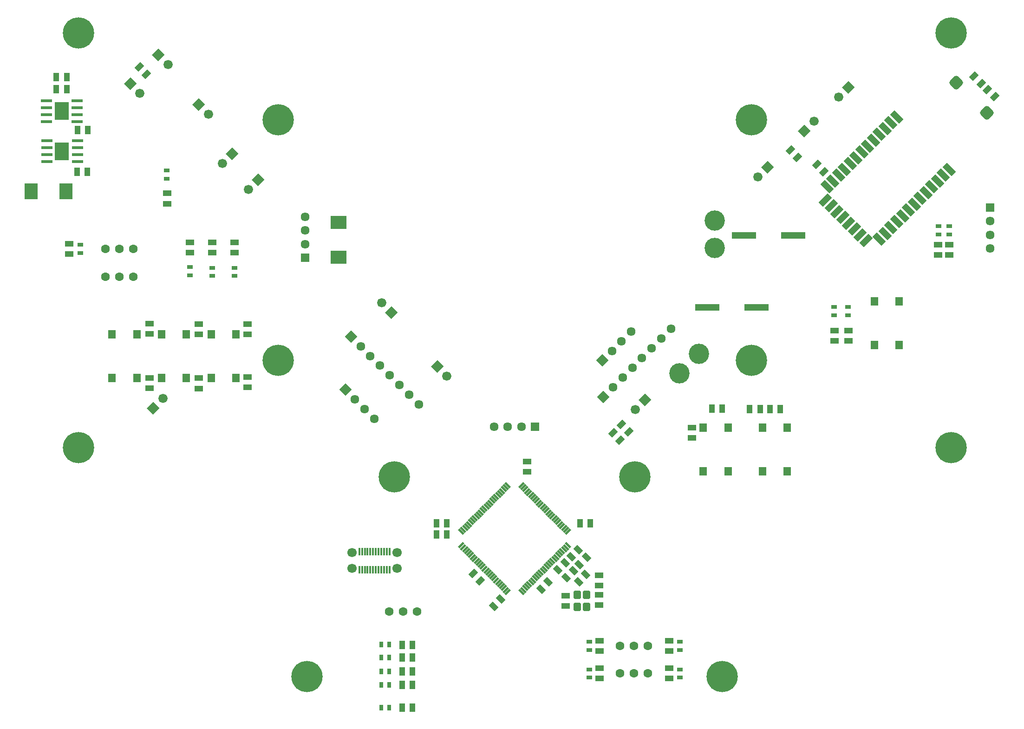
<source format=gbr>
%TF.GenerationSoftware,Altium Limited,Altium Designer,21.8.1 (53)*%
G04 Layer_Color=8388736*
%FSLAX42Y42*%
%MOMM*%
%TF.SameCoordinates,A14AC2FF-552C-49EE-99B9-5FADE3BE6FDA*%
%TF.FilePolarity,Negative*%
%TF.FileFunction,Soldermask,Top*%
%TF.Part,Single*%
G01*
G75*
%TA.AperFunction,ComponentPad*%
%ADD37C,1.60*%
%TA.AperFunction,SMDPad,CuDef*%
G04:AMPARAMS|DCode=93|XSize=1mm|YSize=1.5mm|CornerRadius=0mm|HoleSize=0mm|Usage=FLASHONLY|Rotation=135.000|XOffset=0mm|YOffset=0mm|HoleType=Round|Shape=Rectangle|*
%AMROTATEDRECTD93*
4,1,4,0.88,0.18,-0.18,-0.88,-0.88,-0.18,0.18,0.88,0.88,0.18,0.0*
%
%ADD93ROTATEDRECTD93*%

%ADD97R,1.00X1.50*%
%ADD98R,1.50X1.00*%
G04:AMPARAMS|DCode=104|XSize=1mm|YSize=1.5mm|CornerRadius=0mm|HoleSize=0mm|Usage=FLASHONLY|Rotation=225.000|XOffset=0mm|YOffset=0mm|HoleType=Round|Shape=Rectangle|*
%AMROTATEDRECTD104*
4,1,4,-0.18,0.88,0.88,-0.18,0.18,-0.88,-0.88,0.18,-0.18,0.88,0.0*
%
%ADD104ROTATEDRECTD104*%

%TA.AperFunction,ComponentPad*%
%ADD116P,2.37X4X90.0*%
%ADD117C,1.68*%
%ADD118C,1.70*%
%ADD119C,0.10*%
%TA.AperFunction,ViaPad*%
%ADD120C,5.70*%
%TA.AperFunction,ComponentPad*%
%ADD121P,2.37X4X180.0*%
%ADD122C,3.70*%
%ADD123C,1.61*%
%ADD124P,2.27X4X90.0*%
%ADD125P,2.27X4X360.0*%
%ADD126R,1.61X1.61*%
G04:AMPARAMS|DCode=127|XSize=2.1mm|YSize=2.1mm|CornerRadius=0.55mm|HoleSize=0mm|Usage=FLASHONLY|Rotation=135.000|XOffset=0mm|YOffset=0mm|HoleType=Round|Shape=RoundedRectangle|*
%AMROUNDEDRECTD127*
21,1,2.10,1.00,0,0,135.0*
21,1,1.00,2.10,0,0,135.0*
1,1,1.10,0.00,0.71*
1,1,1.10,0.71,0.00*
1,1,1.10,0.00,-0.71*
1,1,1.10,-0.71,0.00*
%
%ADD127ROUNDEDRECTD127*%
%ADD128R,1.61X1.61*%
%TA.AperFunction,SMDPad,CuDef*%
G04:AMPARAMS|DCode=133|XSize=1.1mm|YSize=2.3mm|CornerRadius=0mm|HoleSize=0mm|Usage=FLASHONLY|Rotation=225.000|XOffset=0mm|YOffset=0mm|HoleType=Round|Shape=Rectangle|*
%AMROTATEDRECTD133*
4,1,4,-0.42,1.20,1.20,-0.42,0.42,-1.20,-1.20,0.42,-0.42,1.20,0.0*
%
%ADD133ROTATEDRECTD133*%

G04:AMPARAMS|DCode=134|XSize=1.1mm|YSize=2.3mm|CornerRadius=0mm|HoleSize=0mm|Usage=FLASHONLY|Rotation=135.000|XOffset=0mm|YOffset=0mm|HoleType=Round|Shape=Rectangle|*
%AMROTATEDRECTD134*
4,1,4,1.20,0.42,-0.42,-1.20,-1.20,-0.42,0.42,1.20,1.20,0.42,0.0*
%
%ADD134ROTATEDRECTD134*%

%ADD135R,0.37X1.40*%
%ADD136R,1.10X0.80*%
G04:AMPARAMS|DCode=137|XSize=1.5mm|YSize=1.3mm|CornerRadius=0.2mm|HoleSize=0mm|Usage=FLASHONLY|Rotation=270.000|XOffset=0mm|YOffset=0mm|HoleType=Round|Shape=RoundedRectangle|*
%AMROUNDEDRECTD137*
21,1,1.50,0.90,0,0,270.0*
21,1,1.10,1.30,0,0,270.0*
1,1,0.40,-0.45,-0.55*
1,1,0.40,-0.45,0.55*
1,1,0.40,0.45,0.55*
1,1,0.40,0.45,-0.55*
%
%ADD137ROUNDEDRECTD137*%
%ADD138R,1.40X1.65*%
%ADD139R,2.00X0.55*%
%ADD140R,2.50X3.20*%
%ADD141R,2.39X2.89*%
%ADD142R,4.50X1.30*%
G04:AMPARAMS|DCode=143|XSize=0.4mm|YSize=1.3mm|CornerRadius=0mm|HoleSize=0mm|Usage=FLASHONLY|Rotation=45.000|XOffset=0mm|YOffset=0mm|HoleType=Round|Shape=Rectangle|*
%AMROTATEDRECTD143*
4,1,4,0.32,-0.60,-0.60,0.32,-0.32,0.60,0.60,-0.32,0.32,-0.60,0.0*
%
%ADD143ROTATEDRECTD143*%

G04:AMPARAMS|DCode=144|XSize=0.4mm|YSize=1.3mm|CornerRadius=0mm|HoleSize=0mm|Usage=FLASHONLY|Rotation=135.000|XOffset=0mm|YOffset=0mm|HoleType=Round|Shape=Rectangle|*
%AMROTATEDRECTD144*
4,1,4,0.60,0.32,-0.32,-0.60,-0.60,-0.32,0.32,0.60,0.60,0.32,0.0*
%
%ADD144ROTATEDRECTD144*%

%ADD145R,2.89X2.39*%
%ADD146R,0.80X1.10*%
D37*
X17964Y13230D02*
D03*
X18218D02*
D03*
X17710D02*
D03*
X22177Y12101D02*
D03*
X21923D02*
D03*
X22431D02*
D03*
Y12601D02*
D03*
X21923D02*
D03*
X22177D02*
D03*
X12538Y19840D02*
D03*
X13046D02*
D03*
X12792D02*
D03*
X12536Y19330D02*
D03*
X13044D02*
D03*
X12790Y19330D02*
D03*
D93*
X19375Y13792D02*
D03*
X19242Y13925D02*
D03*
X25158Y21511D02*
D03*
X25025Y21644D02*
D03*
X28508Y22860D02*
D03*
X28376Y22991D02*
D03*
X28621Y22748D02*
D03*
X28754Y22615D02*
D03*
X13155Y23158D02*
D03*
X13288Y23025D02*
D03*
X21924Y16352D02*
D03*
X21791Y16485D02*
D03*
X25510Y21380D02*
D03*
X25642Y21248D02*
D03*
X22081Y16509D02*
D03*
X21948Y16642D02*
D03*
D97*
X18577Y14639D02*
D03*
X18763D02*
D03*
X21380Y14840D02*
D03*
X21194D02*
D03*
X24838Y16925D02*
D03*
X24652D02*
D03*
X23597Y16929D02*
D03*
X23783D02*
D03*
X18763Y14841D02*
D03*
X18577D02*
D03*
X24474Y16922D02*
D03*
X24286Y16922D02*
D03*
X11834Y22758D02*
D03*
X11646Y22758D02*
D03*
X11834Y22978D02*
D03*
X11646Y22978D02*
D03*
X12031Y22009D02*
D03*
X12217D02*
D03*
X12027Y21249D02*
D03*
X12213D02*
D03*
X18134Y11889D02*
D03*
X17946D02*
D03*
X18134Y12139D02*
D03*
X17946D02*
D03*
X18134Y12389D02*
D03*
X17946D02*
D03*
X18134Y12623D02*
D03*
X17946D02*
D03*
X18134Y11479D02*
D03*
X17946Y11479D02*
D03*
D98*
X25832Y18354D02*
D03*
Y18166D02*
D03*
X26087Y18354D02*
D03*
Y18166D02*
D03*
X23232Y16584D02*
D03*
X23232Y16396D02*
D03*
X22818Y12506D02*
D03*
X22818Y12694D02*
D03*
X22818Y12006D02*
D03*
X22818Y12194D02*
D03*
X21548Y12006D02*
D03*
X21548Y12194D02*
D03*
X21548Y12506D02*
D03*
X21548Y12694D02*
D03*
X21536Y13346D02*
D03*
Y13532D02*
D03*
X21538Y13894D02*
D03*
X21538Y13706D02*
D03*
X20231Y15777D02*
D03*
Y15963D02*
D03*
X13662Y20854D02*
D03*
Y20666D02*
D03*
X15128Y17318D02*
D03*
Y17506D02*
D03*
X15129Y18473D02*
D03*
Y18287D02*
D03*
X14243Y18473D02*
D03*
Y18287D02*
D03*
X14243Y17297D02*
D03*
Y17485D02*
D03*
X13344Y17487D02*
D03*
Y17299D02*
D03*
X11877Y19746D02*
D03*
X11877Y19934D02*
D03*
X14890Y19962D02*
D03*
Y19774D02*
D03*
X14085Y19962D02*
D03*
X14085Y19774D02*
D03*
X14487Y19962D02*
D03*
Y19774D02*
D03*
X13342Y18481D02*
D03*
Y18295D02*
D03*
X27927Y19730D02*
D03*
X27927Y19918D02*
D03*
X27718Y19731D02*
D03*
X27718Y19919D02*
D03*
X20930Y13330D02*
D03*
Y13516D02*
D03*
D104*
X20478Y13636D02*
D03*
X20610Y13768D02*
D03*
X19615Y13324D02*
D03*
X19746Y13455D02*
D03*
X21295Y13906D02*
D03*
X21164Y13775D02*
D03*
X21072Y13976D02*
D03*
X20940Y13844D02*
D03*
X20922Y14122D02*
D03*
X20790Y13990D02*
D03*
X21310Y14219D02*
D03*
X21179Y14088D02*
D03*
X21160Y14359D02*
D03*
X21029Y14228D02*
D03*
D116*
X25280Y21990D02*
D03*
X14850Y21575D02*
D03*
X13414Y16939D02*
D03*
X15325Y21100D02*
D03*
X26087Y22787D02*
D03*
X24610Y21330D02*
D03*
X22377Y17087D02*
D03*
D117*
X25457Y22167D02*
D03*
X17579Y18856D02*
D03*
X18767Y17523D02*
D03*
X13170Y22680D02*
D03*
X14673Y21398D02*
D03*
X13591Y17116D02*
D03*
X15148Y20923D02*
D03*
X13680Y23200D02*
D03*
X25910Y22610D02*
D03*
X24433Y21153D02*
D03*
X22200Y16910D02*
D03*
X14420Y22300D02*
D03*
D118*
X17854Y14013D02*
D03*
X17034Y14307D02*
D03*
X17854D02*
D03*
X17034Y14013D02*
D03*
D119*
X17994Y14030D02*
D03*
X16894D02*
D03*
D120*
X15687Y22192D02*
D03*
X16217Y12045D02*
D03*
X27955Y16217D02*
D03*
Y23783D02*
D03*
X24313Y22192D02*
D03*
X22192Y15687D02*
D03*
X24313Y17808D02*
D03*
X12045Y23783D02*
D03*
X15687Y17808D02*
D03*
X17808Y15687D02*
D03*
X23783Y12045D02*
D03*
X12045Y16217D02*
D03*
D121*
X17756Y18679D02*
D03*
X18590Y17700D02*
D03*
X12993Y22857D02*
D03*
X13503Y23377D02*
D03*
X14243Y22477D02*
D03*
D122*
X23003Y17573D02*
D03*
X23357Y17927D02*
D03*
X23650Y19860D02*
D03*
Y20360D02*
D03*
D123*
X22127Y18337D02*
D03*
X21950Y18160D02*
D03*
X21773Y17983D02*
D03*
X17443Y16743D02*
D03*
X17267Y16920D02*
D03*
X17090Y17097D02*
D03*
X20125Y16602D02*
D03*
X19875D02*
D03*
X19625D02*
D03*
X28673Y20347D02*
D03*
X28673Y20097D02*
D03*
Y19847D02*
D03*
X18254Y17006D02*
D03*
X18077Y17183D02*
D03*
X17900Y17360D02*
D03*
X17723Y17537D02*
D03*
X17546Y17714D02*
D03*
X17370Y17890D02*
D03*
X17193Y18067D02*
D03*
X16177Y19930D02*
D03*
Y20180D02*
D03*
Y20430D02*
D03*
X22853Y18382D02*
D03*
X22676Y18205D02*
D03*
X22499Y18029D02*
D03*
X22322Y17852D02*
D03*
X22146Y17675D02*
D03*
X21969Y17498D02*
D03*
X21792Y17322D02*
D03*
D124*
X21596Y17806D02*
D03*
X21615Y17145D02*
D03*
D125*
X16913Y17273D02*
D03*
X17016Y18244D02*
D03*
D126*
X20375Y16602D02*
D03*
D127*
X28606Y22324D02*
D03*
X28054Y22876D02*
D03*
D128*
X28673Y20597D02*
D03*
X16177Y19680D02*
D03*
D133*
X27285Y20656D02*
D03*
X27603Y20974D02*
D03*
X27709Y21080D02*
D03*
X26755Y20125D02*
D03*
X26861Y20231D02*
D03*
X27179Y20550D02*
D03*
X27921Y21292D02*
D03*
X27815Y21186D02*
D03*
X27497Y20868D02*
D03*
X27391Y20762D02*
D03*
X27073Y20444D02*
D03*
X26967Y20338D02*
D03*
X26649Y20019D02*
D03*
X26330Y21610D02*
D03*
X26649Y21929D02*
D03*
X26755Y22035D02*
D03*
X25800Y21080D02*
D03*
X25906Y21186D02*
D03*
X26224Y21504D02*
D03*
X26967Y22247D02*
D03*
X26861Y22141D02*
D03*
X26542Y21822D02*
D03*
X26436Y21716D02*
D03*
X26118Y21398D02*
D03*
X26012Y21292D02*
D03*
X25694Y20974D02*
D03*
D134*
X25878Y20521D02*
D03*
X25772Y20627D02*
D03*
X26302Y20097D02*
D03*
X26196Y20203D02*
D03*
X26090Y20309D02*
D03*
X25666Y20734D02*
D03*
X25984Y20415D02*
D03*
X26408Y19991D02*
D03*
D135*
X17719Y14325D02*
D03*
X17669D02*
D03*
X17619D02*
D03*
X17569D02*
D03*
X17519D02*
D03*
X17469D02*
D03*
X17419D02*
D03*
X17369D02*
D03*
X17319D02*
D03*
X17269D02*
D03*
X17219D02*
D03*
X17169D02*
D03*
X17719Y13995D02*
D03*
X17669D02*
D03*
X17619D02*
D03*
X17569D02*
D03*
X17519D02*
D03*
X17469D02*
D03*
X17419D02*
D03*
X17369D02*
D03*
X17319D02*
D03*
X17269D02*
D03*
X17219D02*
D03*
X17169D02*
D03*
D136*
X13660Y21120D02*
D03*
Y21270D02*
D03*
X14085Y19358D02*
D03*
X14085Y19508D02*
D03*
X14488Y19348D02*
D03*
Y19498D02*
D03*
X14892Y19348D02*
D03*
X14892Y19498D02*
D03*
X26082Y18785D02*
D03*
Y18635D02*
D03*
X25827Y18785D02*
D03*
Y18635D02*
D03*
X23010Y12025D02*
D03*
Y12175D02*
D03*
Y12525D02*
D03*
Y12675D02*
D03*
X21360Y12025D02*
D03*
Y12175D02*
D03*
Y12525D02*
D03*
Y12675D02*
D03*
X12086Y19915D02*
D03*
Y19765D02*
D03*
X27928Y20104D02*
D03*
Y20254D02*
D03*
X27730Y20104D02*
D03*
Y20254D02*
D03*
D137*
X21310Y13535D02*
D03*
X21310Y13315D02*
D03*
X21140Y13315D02*
D03*
Y13535D02*
D03*
D138*
X26559Y18089D02*
D03*
Y18884D02*
D03*
X27009Y18089D02*
D03*
X27009Y18884D02*
D03*
X23440Y15785D02*
D03*
X23440Y16580D02*
D03*
X23890Y15785D02*
D03*
X23890Y16580D02*
D03*
X24520Y15785D02*
D03*
X24520Y16580D02*
D03*
X24970Y15785D02*
D03*
Y16580D02*
D03*
X14470Y17489D02*
D03*
X14470Y18284D02*
D03*
X14920Y17489D02*
D03*
Y18284D02*
D03*
X12662Y17489D02*
D03*
X12662Y18284D02*
D03*
X13112Y17489D02*
D03*
Y18284D02*
D03*
X14016D02*
D03*
Y17489D02*
D03*
X13566Y18284D02*
D03*
X13566Y17489D02*
D03*
D139*
X11469Y21430D02*
D03*
Y21557D02*
D03*
Y21684D02*
D03*
Y21811D02*
D03*
X12029Y21430D02*
D03*
Y21557D02*
D03*
Y21684D02*
D03*
Y21811D02*
D03*
X11465Y22164D02*
D03*
Y22291D02*
D03*
Y22418D02*
D03*
Y22545D02*
D03*
X12025Y22164D02*
D03*
Y22291D02*
D03*
Y22418D02*
D03*
Y22545D02*
D03*
D140*
X11744Y21620D02*
D03*
X11740Y22354D02*
D03*
D141*
X11822Y20889D02*
D03*
X11182D02*
D03*
D142*
X23510Y18773D02*
D03*
X24410D02*
D03*
X25080Y20090D02*
D03*
X24180D02*
D03*
D143*
X19028Y14684D02*
D03*
X19063Y14719D02*
D03*
X19098Y14754D02*
D03*
X19134Y14790D02*
D03*
X19169Y14825D02*
D03*
X19205Y14861D02*
D03*
X19240Y14896D02*
D03*
X19275Y14931D02*
D03*
X19311Y14967D02*
D03*
X19346Y15002D02*
D03*
X19381Y15037D02*
D03*
X19417Y15073D02*
D03*
X19452Y15108D02*
D03*
X19487Y15143D02*
D03*
X19523Y15179D02*
D03*
X19558Y15214D02*
D03*
X19593Y15249D02*
D03*
X19629Y15285D02*
D03*
X19664Y15320D02*
D03*
X19699Y15355D02*
D03*
X19735Y15391D02*
D03*
X19770Y15426D02*
D03*
X19806Y15462D02*
D03*
X19841Y15497D02*
D03*
X19876Y15532D02*
D03*
X20972Y14436D02*
D03*
X20937Y14401D02*
D03*
X20902Y14366D02*
D03*
X20866Y14330D02*
D03*
X20831Y14295D02*
D03*
X20795Y14259D02*
D03*
X20760Y14224D02*
D03*
X20725Y14189D02*
D03*
X20689Y14153D02*
D03*
X20654Y14118D02*
D03*
X20619Y14083D02*
D03*
X20583Y14047D02*
D03*
X20548Y14012D02*
D03*
X20513Y13977D02*
D03*
X20477Y13941D02*
D03*
X20442Y13906D02*
D03*
X20407Y13871D02*
D03*
X20371Y13835D02*
D03*
X20336Y13800D02*
D03*
X20301Y13765D02*
D03*
X20265Y13729D02*
D03*
X20230Y13694D02*
D03*
X20194Y13658D02*
D03*
X20159Y13623D02*
D03*
X20124Y13588D02*
D03*
D144*
Y15532D02*
D03*
X20159Y15497D02*
D03*
X20194Y15462D02*
D03*
X20230Y15426D02*
D03*
X20265Y15391D02*
D03*
X20301Y15355D02*
D03*
X20336Y15320D02*
D03*
X20371Y15285D02*
D03*
X20407Y15249D02*
D03*
X20442Y15214D02*
D03*
X20477Y15179D02*
D03*
X20513Y15143D02*
D03*
X20548Y15108D02*
D03*
X20583Y15073D02*
D03*
X20619Y15037D02*
D03*
X20654Y15002D02*
D03*
X20689Y14967D02*
D03*
X20725Y14931D02*
D03*
X20760Y14896D02*
D03*
X20795Y14861D02*
D03*
X20831Y14825D02*
D03*
X20866Y14790D02*
D03*
X20902Y14754D02*
D03*
X20937Y14719D02*
D03*
X20972Y14684D02*
D03*
X19876Y13588D02*
D03*
X19841Y13623D02*
D03*
X19806Y13658D02*
D03*
X19770Y13694D02*
D03*
X19735Y13729D02*
D03*
X19699Y13765D02*
D03*
X19664Y13800D02*
D03*
X19629Y13835D02*
D03*
X19593Y13871D02*
D03*
X19558Y13906D02*
D03*
X19523Y13941D02*
D03*
X19487Y13977D02*
D03*
X19452Y14012D02*
D03*
X19417Y14047D02*
D03*
X19381Y14083D02*
D03*
X19346Y14118D02*
D03*
X19311Y14153D02*
D03*
X19275Y14189D02*
D03*
X19240Y14224D02*
D03*
X19205Y14259D02*
D03*
X19169Y14295D02*
D03*
X19134Y14330D02*
D03*
X19098Y14366D02*
D03*
X19063Y14401D02*
D03*
X19028Y14436D02*
D03*
D145*
X16790Y19687D02*
D03*
Y20327D02*
D03*
D146*
X17715Y11479D02*
D03*
X17565D02*
D03*
X17715Y12625D02*
D03*
X17565D02*
D03*
X17715Y12391D02*
D03*
X17565D02*
D03*
X17715Y12141D02*
D03*
X17565D02*
D03*
X17715Y11891D02*
D03*
X17565D02*
D03*
%TF.MD5,e7ddbf9cc2a9550875c544b62e1bbfd7*%
M02*

</source>
